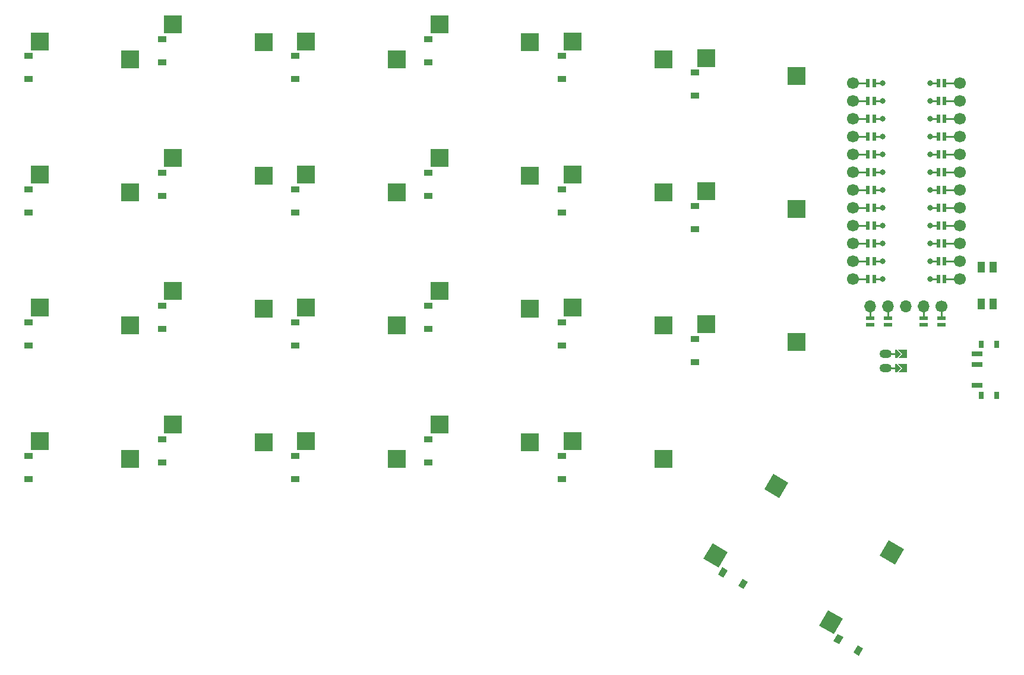
<source format=gtl>
G04 #@! TF.GenerationSoftware,KiCad,Pcbnew,8.0.8+1*
G04 #@! TF.CreationDate,2025-06-17T15:49:30+00:00*
G04 #@! TF.ProjectId,eggada50_wireless,65676761-6461-4353-905f-776972656c65,0.2*
G04 #@! TF.SameCoordinates,Original*
G04 #@! TF.FileFunction,Copper,L1,Top*
G04 #@! TF.FilePolarity,Positive*
%FSLAX46Y46*%
G04 Gerber Fmt 4.6, Leading zero omitted, Abs format (unit mm)*
G04 Created by KiCad (PCBNEW 8.0.8+1) date 2025-06-17 15:49:30*
%MOMM*%
%LPD*%
G01*
G04 APERTURE LIST*
G04 #@! TA.AperFunction,SMDPad,CuDef*
%ADD10R,2.550000X2.500000*%
G04 #@! TD*
G04 #@! TA.AperFunction,SMDPad,CuDef*
%ADD11R,1.200000X0.900000*%
G04 #@! TD*
G04 #@! TA.AperFunction,ComponentPad*
%ADD12C,1.700000*%
G04 #@! TD*
G04 #@! TA.AperFunction,ComponentPad*
%ADD13C,0.800000*%
G04 #@! TD*
G04 #@! TA.AperFunction,SMDPad,CuDef*
%ADD14R,0.600000X1.200000*%
G04 #@! TD*
G04 #@! TA.AperFunction,SMDPad,CuDef*
%ADD15R,1.200000X0.600000*%
G04 #@! TD*
G04 #@! TA.AperFunction,ComponentPad*
%ADD16O,1.700000X1.700000*%
G04 #@! TD*
G04 #@! TA.AperFunction,SMDPad,CuDef*
%ADD17R,0.800000X1.000000*%
G04 #@! TD*
G04 #@! TA.AperFunction,SMDPad,CuDef*
%ADD18R,1.500000X0.700000*%
G04 #@! TD*
G04 #@! TA.AperFunction,SMDPad,CuDef*
%ADD19R,1.000000X1.550000*%
G04 #@! TD*
G04 #@! TA.AperFunction,ComponentPad*
%ADD20O,1.750000X1.200000*%
G04 #@! TD*
G04 #@! TA.AperFunction,Conductor*
%ADD21C,0.250000*%
G04 #@! TD*
G04 APERTURE END LIST*
D10*
X107085000Y-97460000D03*
X94158000Y-94920000D03*
X107085000Y-78460000D03*
X94158000Y-75920000D03*
X107085000Y-59460000D03*
X94158000Y-56920000D03*
X107085000Y-40460000D03*
X94158000Y-37920000D03*
X126085000Y-95085000D03*
X113158000Y-92545000D03*
X126085000Y-76085000D03*
X113158000Y-73545000D03*
X126085000Y-57085000D03*
X113158000Y-54545000D03*
X126085000Y-38085000D03*
X113158000Y-35545000D03*
X145085000Y-97460000D03*
X132158000Y-94920000D03*
X145085000Y-78460000D03*
X132158000Y-75920000D03*
X145085000Y-59460000D03*
X132158000Y-56920000D03*
X145085000Y-40460000D03*
X132158000Y-37920000D03*
X164085000Y-95085000D03*
X151158000Y-92545000D03*
X164085000Y-76085000D03*
X151158000Y-73545000D03*
X164085000Y-57085000D03*
X151158000Y-54545000D03*
X164085000Y-38085000D03*
X151158000Y-35545000D03*
X183085000Y-97460000D03*
X170158000Y-94920000D03*
X183085000Y-78460000D03*
X170158000Y-75920000D03*
X183085000Y-59460000D03*
X170158000Y-56920000D03*
X183085000Y-40460000D03*
X170158000Y-37920000D03*
X202085000Y-80835000D03*
X189158000Y-78295000D03*
X202085000Y-61835000D03*
X189158000Y-59295000D03*
X202085000Y-42835000D03*
X189158000Y-40295000D03*
G04 #@! TA.AperFunction,SMDPad,CuDef*
G36*
X199637827Y-103063392D02*
G01*
X197472763Y-101813392D01*
X198747763Y-99605028D01*
X200912827Y-100855028D01*
X199637827Y-103063392D01*
G37*
G04 #@! TD.AperFunction*
G04 #@! TA.AperFunction,SMDPad,CuDef*
G36*
X190974623Y-112988502D02*
G01*
X188809559Y-111738502D01*
X190084559Y-109530138D01*
X192249623Y-110780138D01*
X190974623Y-112988502D01*
G37*
G04 #@! TD.AperFunction*
G04 #@! TA.AperFunction,SMDPad,CuDef*
G36*
X216092310Y-112563392D02*
G01*
X213927246Y-111313392D01*
X215202246Y-109105028D01*
X217367310Y-110355028D01*
X216092310Y-112563392D01*
G37*
G04 #@! TD.AperFunction*
G04 #@! TA.AperFunction,SMDPad,CuDef*
G36*
X207429106Y-122488502D02*
G01*
X205264042Y-121238502D01*
X206539042Y-119030138D01*
X208704106Y-120280138D01*
X207429106Y-122488502D01*
G37*
G04 #@! TD.AperFunction*
D11*
X92600000Y-100325000D03*
X92600000Y-97025000D03*
X92600000Y-81325000D03*
X92600000Y-78025000D03*
X92600000Y-62325000D03*
X92600000Y-59025000D03*
X92600000Y-43325000D03*
X92600000Y-40025000D03*
X111600000Y-97950000D03*
X111600000Y-94650000D03*
X111600000Y-78950000D03*
X111600000Y-75650000D03*
X111600000Y-59950000D03*
X111600000Y-56650000D03*
X111600000Y-40950000D03*
X111600000Y-37650000D03*
X130600000Y-100325000D03*
X130600000Y-97025000D03*
X130600000Y-81325000D03*
X130600000Y-78025000D03*
X130600000Y-62325000D03*
X130600000Y-59025000D03*
X130600000Y-43325000D03*
X130600000Y-40025000D03*
X149600000Y-97950000D03*
X149600000Y-94650000D03*
X149600000Y-78950000D03*
X149600000Y-75650000D03*
X149600000Y-59950000D03*
X149600000Y-56650000D03*
X149600000Y-40950000D03*
X149600000Y-37650000D03*
X168600000Y-100325000D03*
X168600000Y-97025000D03*
X168600000Y-81325000D03*
X168600000Y-78025000D03*
X168600000Y-62325000D03*
X168600000Y-59025000D03*
X168600000Y-43325000D03*
X168600000Y-40025000D03*
X187600000Y-83700000D03*
X187600000Y-80400000D03*
X187600000Y-64700000D03*
X187600000Y-61400000D03*
X187600000Y-45700000D03*
X187600000Y-42400000D03*
G04 #@! TA.AperFunction,SMDPad,CuDef*
G36*
X195121169Y-115016473D02*
G01*
X194521169Y-116055703D01*
X193741747Y-115605703D01*
X194341747Y-114566473D01*
X195121169Y-115016473D01*
G37*
G04 #@! TD.AperFunction*
G04 #@! TA.AperFunction,SMDPad,CuDef*
G36*
X192263285Y-113366473D02*
G01*
X191663285Y-114405703D01*
X190883863Y-113955703D01*
X191483863Y-112916473D01*
X192263285Y-113366473D01*
G37*
G04 #@! TD.AperFunction*
G04 #@! TA.AperFunction,SMDPad,CuDef*
G36*
X211575652Y-124516473D02*
G01*
X210975652Y-125555703D01*
X210196230Y-125105703D01*
X210796230Y-124066473D01*
X211575652Y-124516473D01*
G37*
G04 #@! TD.AperFunction*
G04 #@! TA.AperFunction,SMDPad,CuDef*
G36*
X208717768Y-122866473D02*
G01*
X208117768Y-123905703D01*
X207338346Y-123455703D01*
X207938346Y-122416473D01*
X208717768Y-122866473D01*
G37*
G04 #@! TD.AperFunction*
D12*
X210084000Y-43920000D03*
X225324000Y-43920000D03*
D13*
X214304000Y-43920000D03*
X221104000Y-43920000D03*
D14*
X212224000Y-43920000D03*
X213124000Y-43920000D03*
X222284000Y-43920000D03*
X223184000Y-43920000D03*
D12*
X210084000Y-46460000D03*
X225324000Y-46460000D03*
D13*
X214304000Y-46460000D03*
X221104000Y-46460000D03*
D14*
X212224000Y-46460000D03*
X213124000Y-46460000D03*
X222284000Y-46460000D03*
X223184000Y-46460000D03*
D12*
X210084000Y-49000000D03*
X225324000Y-49000000D03*
D13*
X214304000Y-49000000D03*
X221104000Y-49000000D03*
D14*
X212224000Y-49000000D03*
X213124000Y-49000000D03*
X222284000Y-49000000D03*
X223184000Y-49000000D03*
D12*
X210084000Y-51540000D03*
X225324000Y-51540000D03*
D13*
X214304000Y-51540000D03*
X221104000Y-51540000D03*
D14*
X212224000Y-51540000D03*
X213124000Y-51540000D03*
X222284000Y-51540000D03*
X223184000Y-51540000D03*
D12*
X210084000Y-54080000D03*
X225324000Y-54080000D03*
D13*
X214304000Y-54080000D03*
X221104000Y-54080000D03*
D14*
X212224000Y-54080000D03*
X213124000Y-54080000D03*
X222284000Y-54080000D03*
X223184000Y-54080000D03*
D12*
X210084000Y-56620000D03*
X225324000Y-56620000D03*
D13*
X214304000Y-56620000D03*
X221104000Y-56620000D03*
D14*
X212224000Y-56620000D03*
X213124000Y-56620000D03*
X222284000Y-56620000D03*
X223184000Y-56620000D03*
D12*
X210084000Y-59160000D03*
X225324000Y-59160000D03*
D13*
X214304000Y-59160000D03*
X221104000Y-59160000D03*
D14*
X212224000Y-59160000D03*
X213124000Y-59160000D03*
X222284000Y-59160000D03*
X223184000Y-59160000D03*
D12*
X210084000Y-61700000D03*
X225324000Y-61700000D03*
D13*
X214304000Y-61700000D03*
X221104000Y-61700000D03*
D14*
X212224000Y-61700000D03*
X213124000Y-61700000D03*
X222284000Y-61700000D03*
X223184000Y-61700000D03*
D12*
X210084000Y-64240000D03*
X225324000Y-64240000D03*
D13*
X214304000Y-64240000D03*
X221104000Y-64240000D03*
D14*
X212224000Y-64240000D03*
X213124000Y-64240000D03*
X222284000Y-64240000D03*
X223184000Y-64240000D03*
D12*
X210084000Y-66780000D03*
X225324000Y-66780000D03*
D13*
X214304000Y-66780000D03*
X221104000Y-66780000D03*
D14*
X212224000Y-66780000D03*
X213124000Y-66780000D03*
X222284000Y-66780000D03*
X223184000Y-66780000D03*
D12*
X210084000Y-69320000D03*
X225324000Y-69320000D03*
D13*
X214304000Y-69320000D03*
X221104000Y-69320000D03*
D14*
X212224000Y-69320000D03*
X213124000Y-69320000D03*
X222284000Y-69320000D03*
X223184000Y-69320000D03*
D12*
X210084000Y-71860000D03*
X225324000Y-71860000D03*
D13*
X214304000Y-71860000D03*
X221104000Y-71860000D03*
D14*
X212224000Y-71860000D03*
X213124000Y-71860000D03*
X222284000Y-71860000D03*
X223184000Y-71860000D03*
D15*
X212567000Y-77450000D03*
X215107000Y-77450000D03*
X220187000Y-77450000D03*
X222727000Y-77450000D03*
X212567000Y-78350000D03*
X215107000Y-78350000D03*
X220187000Y-78350000D03*
X222727000Y-78350000D03*
D16*
X212567000Y-75700000D03*
X215107000Y-75700000D03*
X217647000Y-75700000D03*
X220187000Y-75700000D03*
D12*
X222727000Y-75700000D03*
D17*
X230625000Y-81100000D03*
X228415000Y-81100000D03*
X228415000Y-88400000D03*
X230625000Y-88400000D03*
D18*
X227765000Y-87000000D03*
X227765000Y-84000000D03*
X227765000Y-82500000D03*
D19*
X230100000Y-75375000D03*
X228400000Y-75375000D03*
X230100000Y-70125000D03*
X228400000Y-70125000D03*
D20*
X214750000Y-84500000D03*
X214750000Y-82500000D03*
G04 #@! TA.AperFunction,SMDPad,CuDef*
G36*
X216350000Y-85100000D02*
G01*
X216150000Y-85100000D01*
X216150000Y-83900000D01*
X216350000Y-83900000D01*
X216950000Y-84500000D01*
X216350000Y-85100000D01*
G37*
G04 #@! TD.AperFunction*
G04 #@! TA.AperFunction,SMDPad,CuDef*
G36*
X216350000Y-83100000D02*
G01*
X216150000Y-83100000D01*
X216150000Y-81900000D01*
X216350000Y-81900000D01*
X216950000Y-82500000D01*
X216350000Y-83100000D01*
G37*
G04 #@! TD.AperFunction*
G04 #@! TA.AperFunction,SMDPad,CuDef*
G36*
X216566000Y-85100000D02*
G01*
X217166000Y-84500000D01*
X216566000Y-83900000D01*
X217816000Y-83900000D01*
X217816000Y-85100000D01*
X216566000Y-85100000D01*
G37*
G04 #@! TD.AperFunction*
G04 #@! TA.AperFunction,SMDPad,CuDef*
G36*
X216566000Y-83100000D02*
G01*
X217166000Y-82500000D01*
X216566000Y-81900000D01*
X217816000Y-81900000D01*
X217816000Y-83100000D01*
X216566000Y-83100000D01*
G37*
G04 #@! TD.AperFunction*
D21*
X222284000Y-43920000D02*
X221104000Y-43920000D01*
X213124000Y-43920000D02*
X214304000Y-43920000D01*
X210084000Y-43920000D02*
X212204000Y-43920000D01*
X223204000Y-43920000D02*
X225324000Y-43920000D01*
X222284000Y-46460000D02*
X221104000Y-46460000D01*
X213124000Y-46460000D02*
X214304000Y-46460000D01*
X210084000Y-46460000D02*
X212204000Y-46460000D01*
X223204000Y-46460000D02*
X225324000Y-46460000D01*
X222284000Y-49000000D02*
X221104000Y-49000000D01*
X213124000Y-49000000D02*
X214304000Y-49000000D01*
X210084000Y-49000000D02*
X212204000Y-49000000D01*
X223204000Y-49000000D02*
X225324000Y-49000000D01*
X222284000Y-51540000D02*
X221104000Y-51540000D01*
X213124000Y-51540000D02*
X214304000Y-51540000D01*
X210084000Y-51540000D02*
X212204000Y-51540000D01*
X223204000Y-51540000D02*
X225324000Y-51540000D01*
X222284000Y-54080000D02*
X221104000Y-54080000D01*
X213124000Y-54080000D02*
X214304000Y-54080000D01*
X210084000Y-54080000D02*
X212204000Y-54080000D01*
X223204000Y-54080000D02*
X225324000Y-54080000D01*
X222284000Y-56620000D02*
X221104000Y-56620000D01*
X213124000Y-56620000D02*
X214304000Y-56620000D01*
X210084000Y-56620000D02*
X212204000Y-56620000D01*
X223204000Y-56620000D02*
X225324000Y-56620000D01*
X222284000Y-59160000D02*
X221104000Y-59160000D01*
X213124000Y-59160000D02*
X214304000Y-59160000D01*
X210084000Y-59160000D02*
X212204000Y-59160000D01*
X223204000Y-59160000D02*
X225324000Y-59160000D01*
X222284000Y-61700000D02*
X221104000Y-61700000D01*
X213124000Y-61700000D02*
X214304000Y-61700000D01*
X210084000Y-61700000D02*
X212204000Y-61700000D01*
X223204000Y-61700000D02*
X225324000Y-61700000D01*
X222284000Y-64240000D02*
X221104000Y-64240000D01*
X213124000Y-64240000D02*
X214304000Y-64240000D01*
X210084000Y-64240000D02*
X212204000Y-64240000D01*
X223204000Y-64240000D02*
X225324000Y-64240000D01*
X222284000Y-66780000D02*
X221104000Y-66780000D01*
X213124000Y-66780000D02*
X214304000Y-66780000D01*
X210084000Y-66780000D02*
X212204000Y-66780000D01*
X223204000Y-66780000D02*
X225324000Y-66780000D01*
X222284000Y-69320000D02*
X221104000Y-69320000D01*
X213124000Y-69320000D02*
X214304000Y-69320000D01*
X210084000Y-69320000D02*
X212204000Y-69320000D01*
X223204000Y-69320000D02*
X225324000Y-69320000D01*
X222284000Y-71860000D02*
X221104000Y-71860000D01*
X213124000Y-71860000D02*
X214304000Y-71860000D01*
X210084000Y-71860000D02*
X212204000Y-71860000D01*
X223204000Y-71860000D02*
X225324000Y-71860000D01*
X212567000Y-75700000D02*
X212567000Y-77450000D01*
X215107000Y-75700000D02*
X215107000Y-77450000D01*
X220187000Y-75700000D02*
X220187000Y-77450000D01*
X222727000Y-75700000D02*
X222727000Y-77450000D01*
X216550000Y-84500000D02*
X214750000Y-84500000D01*
X216550000Y-82500000D02*
X214750000Y-82500000D01*
M02*

</source>
